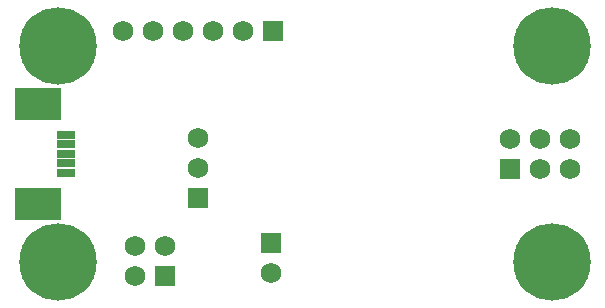
<source format=gbs>
G04 (created by PCBNEW (2013-07-07 BZR 4022)-stable) date 1/4/2015 11:10:14 AM*
%MOIN*%
G04 Gerber Fmt 3.4, Leading zero omitted, Abs format*
%FSLAX34Y34*%
G01*
G70*
G90*
G04 APERTURE LIST*
%ADD10C,0.00590551*%
%ADD11R,0.1576X0.1064*%
%ADD12R,0.0631X0.0277*%
%ADD13R,0.068X0.068*%
%ADD14C,0.068*%
%ADD15C,0.258*%
G04 APERTURE END LIST*
G54D10*
G54D11*
X44055Y-28956D03*
X44055Y-32264D03*
G54D12*
X45000Y-29980D03*
X45000Y-30295D03*
X45000Y-31240D03*
X45000Y-30925D03*
X45000Y-30610D03*
G54D13*
X49370Y-32082D03*
G54D14*
X49370Y-31082D03*
X49370Y-30082D03*
G54D13*
X48295Y-34673D03*
G54D14*
X47295Y-34673D03*
X48295Y-33673D03*
X47295Y-33673D03*
G54D13*
X51900Y-26500D03*
G54D14*
X50900Y-26500D03*
X49900Y-26500D03*
X48900Y-26500D03*
X47900Y-26500D03*
X46900Y-26500D03*
G54D15*
X44724Y-27007D03*
X44724Y-34212D03*
X61181Y-34212D03*
X61181Y-27007D03*
G54D13*
X51811Y-33594D03*
G54D14*
X51811Y-34594D03*
G54D13*
X59800Y-31100D03*
G54D14*
X59800Y-30100D03*
X60800Y-31100D03*
X60800Y-30100D03*
X61800Y-31100D03*
X61800Y-30100D03*
M02*

</source>
